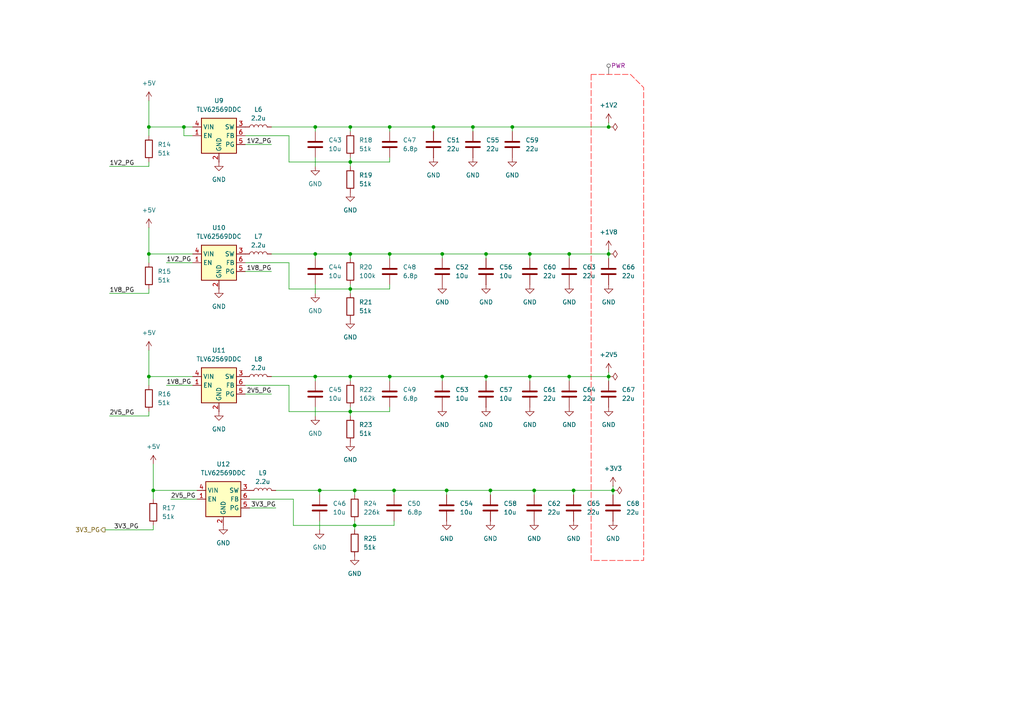
<source format=kicad_sch>
(kicad_sch (version 20250114) (generator "eeschema") (generator_version "9.0")
  (paper "A4")
  (title_block (title "Power") (date "2026-02-19") (rev "1") (company "Emmanuel Koutsouklakis"))
  (lib_symbols
    (symbol "Device:C" (pin_numbers (hide yes)) (pin_names (offset 0.254))
      (property "Reference" "C" (at 0.635 2.54 0))
      (property "Value" "C" (at 0.635 -2.54 0))
      (symbol "C_0_1"
        (polyline (pts (xy -2.032 0.762) (xy 2.032 0.762)) (stroke (width 0.508)))
        (polyline (pts (xy -2.032 -0.762) (xy 2.032 -0.762)) (stroke (width 0.508)))
      )
      (symbol "C_1_1"
        (pin passive line (at 0 3.81 270) (length 2.794) (name "~") (number "1"))
        (pin passive line (at 0 -3.81 90) (length 2.794) (name "~") (number "2"))
      )
    )
    (symbol "Device:L" (pin_numbers (hide yes)) (pin_names (offset 1.016) (hide yes))
      (property "Reference" "L" (at -1.27 0 90))
      (property "Value" "L" (at 1.905 0 90))
      (symbol "L_0_1"
        (arc (start 0 2.54) (mid 0.6323 1.905) (end 0 1.27))
        (arc (start 0 1.27) (mid 0.6323 0.635) (end 0 0))
        (arc (start 0 0) (mid 0.6323 -0.635) (end 0 -1.27))
        (arc (start 0 -1.27) (mid 0.6323 -1.905) (end 0 -2.54))
      )
      (symbol "L_1_1"
        (pin passive line (at 0 3.81 270) (length 1.27) (name "1") (number "1"))
        (pin passive line (at 0 -3.81 90) (length 1.27) (name "2") (number "2"))
      )
    )
    (symbol "Device:R" (pin_numbers (hide yes)) (pin_names (offset 0))
      (property "Reference" "R" (at 2.032 0 90))
      (property "Value" "R" (at 0 0 90))
      (symbol "R_0_1"
        (rectangle (start -1.016 -2.54) (end 1.016 2.54) (stroke (width 0.254)))
      )
      (symbol "R_1_1"
        (pin passive line (at 0 3.81 270) (length 1.27) (name "~") (number "1"))
        (pin passive line (at 0 -3.81 90) (length 1.27) (name "~") (number "2"))
      )
    )
    (symbol "Regulator_Switching:TLV62569DDC"
      (property "Reference" "U" (at -5.08 6.35 0))
      (property "Value" "TLV62569DDC" (at 0 6.35 0))
      (symbol "TLV62569DDC_0_1"
        (rectangle (start -5.08 5.08) (end 5.08 -5.08) (stroke (width 0.254)) (fill (type background)))
      )
      (symbol "TLV62569DDC_1_1"
        (pin power_in line (at -7.62 2.54 0) (length 2.54) (name "VIN") (number "4"))
        (pin input line (at -7.62 0 0) (length 2.54) (name "EN") (number "1"))
        (pin power_in line (at 0 -7.62 90) (length 2.54) (name "GND") (number "2"))
        (pin power_out line (at 7.62 2.54 180) (length 2.54) (name "SW") (number "3"))
        (pin input line (at 7.62 0 180) (length 2.54) (name "FB") (number "6"))
        (pin open_collector line (at 7.62 -2.54 180) (length 2.54) (name "PG") (number "5"))
      )
    )
    (symbol "power:+1V2" (power) (pin_numbers (hide yes)) (pin_names (offset 0) (hide yes))
      (property "Value" "+1V2" (at 0 3.556 0))
      (symbol "+1V2_0_1"
        (polyline (pts (xy -0.762 1.27) (xy 0 2.54)))
        (polyline (pts (xy 0 2.54) (xy 0.762 1.27)))
        (polyline (pts (xy 0 0) (xy 0 2.54)))
      )
      (symbol "+1V2_1_1"
        (pin power_in line (at 0 0 90) (length 0) (name "~") (number "1"))
      )
    )
    (symbol "power:+5V" (power) (pin_numbers (hide yes)) (pin_names (offset 0) (hide yes))
      (property "Value" "+5V" (at 0 3.556 0))
      (symbol "+5V_0_1"
        (polyline (pts (xy -0.762 1.27) (xy 0 2.54)))
        (polyline (pts (xy 0 2.54) (xy 0.762 1.27)))
        (polyline (pts (xy 0 0) (xy 0 2.54)))
      )
      (symbol "+5V_1_1"
        (pin power_in line (at 0 0 90) (length 0) (name "~") (number "1"))
      )
    )
    (symbol "power:GND" (power) (pin_numbers (hide yes)) (pin_names (offset 0) (hide yes))
      (property "Value" "GND" (at 0 -3.81 0))
      (symbol "GND_0_1"
        (polyline (pts (xy 0 0) (xy 0 -1.27) (xy 1.27 -1.27) (xy 0 -2.54) (xy -1.27 -1.27) (xy 0 -1.27)))
      )
      (symbol "GND_1_1"
        (pin power_in line (at 0 0 270) (length 0) (name "~") (number "1"))
      )
    )
    (symbol "power:PWR_FLAG" (power) (pin_numbers (hide yes)) (pin_names (offset 0) (hide yes))
      (property "Value" "PWR_FLAG" (at 0 3.81 0))
      (symbol "PWR_FLAG_0_0"
        (pin power_out line (at 0 0 90) (length 0) (name "~") (number "1"))
      )
      (symbol "PWR_FLAG_0_1"
        (polyline (pts (xy 0 0) (xy 0 1.27) (xy -1.016 1.905) (xy 0 2.54) (xy 1.016 1.905) (xy 0 1.27)))
      )
    )
  )
  (junction (at 114.3 142.24))
  (junction (at 128.27 73.66))
  (junction (at 91.44 36.83))
  (junction (at 53.34 36.83))
  (junction (at 148.59 36.83))
  (junction (at 153.67 73.66))
  (junction (at 101.6 109.22))
  (junction (at 113.03 73.66))
  (junction (at 177.8 142.24))
  (junction (at 113.03 36.83))
  (junction (at 165.1 109.22))
  (junction (at 154.94 142.24))
  (junction (at 101.6 119.38))
  (junction (at 102.87 142.24))
  (junction (at 165.1 73.66))
  (junction (at 43.18 36.83))
  (junction (at 166.37 142.24))
  (junction (at 176.53 36.83))
  (junction (at 176.53 109.22))
  (junction (at 129.54 142.24))
  (junction (at 44.45 142.24))
  (junction (at 43.18 109.22))
  (junction (at 140.97 73.66))
  (junction (at 101.6 83.82))
  (junction (at 153.67 109.22))
  (junction (at 142.24 142.24))
  (junction (at 101.6 46.99))
  (junction (at 91.44 73.66))
  (junction (at 113.03 109.22))
  (junction (at 137.16 36.83))
  (junction (at 176.53 73.66))
  (junction (at 101.6 36.83))
  (junction (at 102.87 152.4))
  (junction (at 91.44 109.22))
  (junction (at 92.71 142.24))
  (junction (at 101.6 73.66))
  (junction (at 128.27 109.22))
  (junction (at 43.18 73.66))
  (junction (at 140.97 109.22))
  (junction (at 125.73 36.83))
  (wire (pts (xy 43.18 85.09) (xy 43.18 83.82)))
  (wire (pts (xy 43.18 111.76) (xy 43.18 109.22)))
  (wire (pts (xy 44.45 142.24) (xy 57.15 142.24)))
  (wire (pts (xy 113.03 119.38) (xy 101.6 119.38)))
  (wire (pts (xy 49.53 144.78) (xy 57.15 144.78)))
  (wire (pts (xy 101.6 119.38) (xy 101.6 118.11)))
  (wire (pts (xy 166.37 143.51) (xy 166.37 142.24)))
  (wire (pts (xy 101.6 74.93) (xy 101.6 73.66)))
  (wire (pts (xy 30.48 153.67) (xy 44.45 153.67)))
  (wire (pts (xy 48.26 76.2) (xy 55.88 76.2)))
  (wire (pts (xy 43.18 39.37) (xy 43.18 36.83)))
  (wire (pts (xy 140.97 109.22) (xy 140.97 110.49)))
  (wire (pts (xy 148.59 38.1) (xy 148.59 36.83)))
  (wire (pts (xy 129.54 142.24) (xy 114.3 142.24)))
  (wire (pts (xy 165.1 74.93) (xy 165.1 73.66)))
  (wire (pts (xy 140.97 73.66) (xy 128.27 73.66)))
  (wire (pts (xy 83.82 111.76) (xy 83.82 119.38)))
  (wire (pts (xy 91.44 109.22) (xy 91.44 110.49)))
  (wire (pts (xy 142.24 142.24) (xy 142.24 143.51)))
  (wire (pts (xy 113.03 36.83) (xy 101.6 36.83)))
  (wire (pts (xy 92.71 142.24) (xy 92.71 143.51)))
  (wire (pts (xy 176.53 72.39) (xy 176.53 73.66)))
  (wire (pts (xy 113.03 46.99) (xy 101.6 46.99)))
  (wire (pts (xy 114.3 152.4) (xy 102.87 152.4)))
  (wire (pts (xy 101.6 38.1) (xy 101.6 36.83)))
  (wire (pts (xy 44.45 153.67) (xy 44.45 152.4)))
  (wire (pts (xy 128.27 73.66) (xy 113.03 73.66)))
  (wire (pts (xy 43.18 36.83) (xy 53.34 36.83)))
  (wire (pts (xy 114.3 151.13) (xy 114.3 152.4)))
  (wire (pts (xy 113.03 118.11) (xy 113.03 119.38)))
  (wire (pts (xy 91.44 45.72) (xy 91.44 48.26)))
  (wire (pts (xy 43.18 109.22) (xy 43.18 101.6)))
  (wire (pts (xy 102.87 142.24) (xy 92.71 142.24)))
  (wire (pts (xy 43.18 36.83) (xy 43.18 29.21)))
  (wire (pts (xy 176.53 110.49) (xy 176.53 109.22)))
  (wire (pts (xy 140.97 109.22) (xy 153.67 109.22)))
  (wire (pts (xy 153.67 73.66) (xy 165.1 73.66)))
  (wire (pts (xy 71.12 114.3) (xy 78.74 114.3)))
  (wire (pts (xy 154.94 142.24) (xy 166.37 142.24)))
  (wire (pts (xy 101.6 83.82) (xy 101.6 82.55)))
  (wire (pts (xy 83.82 83.82) (xy 101.6 83.82)))
  (wire (pts (xy 72.39 147.32) (xy 80.01 147.32)))
  (wire (pts (xy 140.97 73.66) (xy 153.67 73.66)))
  (wire (pts (xy 71.12 39.37) (xy 83.82 39.37)))
  (wire (pts (xy 72.39 144.78) (xy 85.09 144.78)))
  (wire (pts (xy 129.54 143.51) (xy 129.54 142.24)))
  (wire (pts (xy 140.97 73.66) (xy 140.97 74.93)))
  (wire (pts (xy 101.6 110.49) (xy 101.6 109.22)))
  (wire (pts (xy 125.73 36.83) (xy 137.16 36.83)))
  (wire (pts (xy 101.6 36.83) (xy 91.44 36.83)))
  (wire (pts (xy 101.6 48.26) (xy 101.6 46.99)))
  (wire (pts (xy 101.6 46.99) (xy 101.6 45.72)))
  (wire (pts (xy 43.18 109.22) (xy 55.88 109.22)))
  (wire (pts (xy 43.18 48.26) (xy 43.18 46.99)))
  (wire (pts (xy 101.6 120.65) (xy 101.6 119.38)))
  (wire (pts (xy 142.24 142.24) (xy 154.94 142.24)))
  (wire (pts (xy 113.03 38.1) (xy 113.03 36.83)))
  (wire (pts (xy 48.26 111.76) (xy 55.88 111.76)))
  (wire (pts (xy 137.16 36.83) (xy 148.59 36.83)))
  (wire (pts (xy 71.12 111.76) (xy 83.82 111.76)))
  (wire (pts (xy 101.6 73.66) (xy 91.44 73.66)))
  (wire (pts (xy 125.73 38.1) (xy 125.73 36.83)))
  (wire (pts (xy 113.03 109.22) (xy 101.6 109.22)))
  (wire (pts (xy 176.53 36.83) (xy 148.59 36.83)))
  (wire (pts (xy 92.71 151.13) (xy 92.71 153.67)))
  (wire (pts (xy 102.87 152.4) (xy 102.87 151.13)))
  (wire (pts (xy 113.03 110.49) (xy 113.03 109.22)))
  (wire (pts (xy 128.27 110.49) (xy 128.27 109.22)))
  (wire (pts (xy 83.82 76.2) (xy 83.82 83.82)))
  (wire (pts (xy 128.27 109.22) (xy 113.03 109.22)))
  (wire (pts (xy 83.82 119.38) (xy 101.6 119.38)))
  (wire (pts (xy 140.97 109.22) (xy 128.27 109.22)))
  (wire (pts (xy 71.12 41.91) (xy 78.74 41.91)))
  (wire (pts (xy 102.87 143.51) (xy 102.87 142.24)))
  (wire (pts (xy 153.67 74.93) (xy 153.67 73.66)))
  (wire (pts (xy 91.44 109.22) (xy 78.74 109.22)))
  (wire (pts (xy 176.53 35.56) (xy 176.53 36.83)))
  (wire (pts (xy 102.87 153.67) (xy 102.87 152.4)))
  (wire (pts (xy 113.03 74.93) (xy 113.03 73.66)))
  (wire (pts (xy 53.34 36.83) (xy 55.88 36.83)))
  (wire (pts (xy 91.44 73.66) (xy 78.74 73.66)))
  (wire (pts (xy 91.44 82.55) (xy 91.44 85.09)))
  (wire (pts (xy 92.71 142.24) (xy 80.01 142.24)))
  (wire (pts (xy 71.12 78.74) (xy 78.74 78.74)))
  (wire (pts (xy 85.09 152.4) (xy 102.87 152.4)))
  (wire (pts (xy 128.27 74.93) (xy 128.27 73.66)))
  (wire (pts (xy 83.82 46.99) (xy 101.6 46.99)))
  (wire (pts (xy 85.09 144.78) (xy 85.09 152.4)))
  (wire (pts (xy 113.03 36.83) (xy 125.73 36.83)))
  (wire (pts (xy 177.8 143.51) (xy 177.8 142.24)))
  (wire (pts (xy 114.3 142.24) (xy 102.87 142.24)))
  (wire (pts (xy 142.24 142.24) (xy 129.54 142.24)))
  (wire (pts (xy 43.18 73.66) (xy 55.88 73.66)))
  (wire (pts (xy 44.45 144.78) (xy 44.45 142.24)))
  (wire (pts (xy 71.12 76.2) (xy 83.82 76.2)))
  (wire (pts (xy 153.67 110.49) (xy 153.67 109.22)))
  (wire (pts (xy 44.45 142.24) (xy 44.45 134.62)))
  (wire (pts (xy 165.1 109.22) (xy 176.53 109.22)))
  (wire (pts (xy 153.67 109.22) (xy 165.1 109.22)))
  (wire (pts (xy 43.18 76.2) (xy 43.18 73.66)))
  (wire (pts (xy 31.75 85.09) (xy 43.18 85.09)))
  (wire (pts (xy 137.16 38.1) (xy 137.16 36.83)))
  (wire (pts (xy 55.88 39.37) (xy 53.34 39.37)))
  (wire (pts (xy 43.18 120.65) (xy 43.18 119.38)))
  (wire (pts (xy 91.44 73.66) (xy 91.44 74.93)))
  (wire (pts (xy 154.94 143.51) (xy 154.94 142.24)))
  (wire (pts (xy 101.6 109.22) (xy 91.44 109.22)))
  (wire (pts (xy 165.1 73.66) (xy 176.53 73.66)))
  (wire (pts (xy 31.75 120.65) (xy 43.18 120.65)))
  (wire (pts (xy 114.3 143.51) (xy 114.3 142.24)))
  (wire (pts (xy 31.75 48.26) (xy 43.18 48.26)))
  (wire (pts (xy 166.37 142.24) (xy 177.8 142.24)))
  (wire (pts (xy 43.18 73.66) (xy 43.18 66.04)))
  (wire (pts (xy 91.44 36.83) (xy 91.44 38.1)))
  (wire (pts (xy 113.03 82.55) (xy 113.03 83.82)))
  (wire (pts (xy 91.44 118.11) (xy 91.44 120.65)))
  (wire (pts (xy 113.03 45.72) (xy 113.03 46.99)))
  (wire (pts (xy 113.03 83.82) (xy 101.6 83.82)))
  (wire (pts (xy 53.34 36.83) (xy 53.34 39.37)))
  (wire (pts (xy 91.44 36.83) (xy 78.74 36.83)))
  (wire (pts (xy 165.1 110.49) (xy 165.1 109.22)))
  (wire (pts (xy 177.8 140.97) (xy 177.8 142.24)))
  (wire (pts (xy 176.53 107.95) (xy 176.53 109.22)))
  (wire (pts (xy 83.82 39.37) (xy 83.82 46.99)))
  (wire (pts (xy 101.6 85.09) (xy 101.6 83.82)))
  (wire (pts (xy 113.03 73.66) (xy 101.6 73.66)))
  (wire (pts (xy 176.53 74.93) (xy 176.53 73.66)))
  (label "1V8_PG" (at 31.75 85.09 0) (effects (font (thickness 0.1588))))
  (label "3V3_PG" (at 80.01 147.32 180) (effects (font (thickness 0.1588))))
  (label "1V2_PG" (at 78.74 41.91 180) (effects (font (thickness 0.1588))))
  (label "2V5_PG" (at 49.53 144.78 0) (effects (font (thickness 0.1588))))
  (label "2V5_PG" (at 31.75 120.65 0) (effects (font (thickness 0.1588))))
  (label "1V8_PG" (at 78.74 78.74 180) (effects (font (thickness 0.1588))))
  (label "2V5_PG" (at 78.74 114.3 180) (effects (font (thickness 0.1588))))
  (label "1V2_PG" (at 31.75 48.26 0) (effects (font (thickness 0.1588))))
  (label "1V2_PG" (at 48.26 76.2 0) (effects (font (thickness 0.1588))))
  (label "3V3_PG" (at 33.02 153.67 0) (effects (font (thickness 0.1588))))
  (label "1V8_PG" (at 48.26 111.76 0) (effects (font (thickness 0.1588))))
  (hierarchical_label "3V3_PG" (shape output) (at 30.48 153.67 180) (effects (font (thickness 0.1588))))
  (rule_area (polyline (pts (xy 171.45 21.59) (xy 171.45 162.56) (xy 186.69 162.56) (xy 186.69 25.4) (xy 182.88 21.59)) (stroke (width 0) (type dash))))
  (netclass_flag "" (length 2.54) (shape round) (at 176.53 21.59 0) (property "Netclass" "PWR" (at 177.2285 19.05 0) (effects (justify left))))
  (symbol (lib_id "power:GND") (at 165.1 118.11 0) (unit 1)
    (property "Reference" "#PWR0114" (effects (hide yes)))
    (property "Value" "GND" (at 165.1 123.19 0))
    (property "Description" "Power symbol creates a global label with name \"GND\" , ground" (effects (hide yes)))
  )
  (symbol (lib_id "power:GND") (at 63.5 46.99 0) (unit 1)
    (property "Reference" "#PWR088" (effects (hide yes)))
    (property "Value" "GND" (at 63.5 52.07 0))
    (property "Description" "Power symbol creates a global label with name \"GND\" , ground" (effects (hide yes)))
  )
  (symbol (lib_id "power:GND") (at 101.6 55.88 0) (unit 1)
    (property "Reference" "#PWR096" (effects (hide yes)))
    (property "Value" "GND" (at 101.6 60.96 0))
    (property "Description" "Power symbol creates a global label with name \"GND\" , ground" (effects (hide yes)))
  )
  (symbol (lib_id "Device:C") (at 113.03 78.74 0) (unit 1)
    (property "Reference" "C48" (at 116.84 77.4699 0) (effects (justify left)))
    (property "Value" "6.8p" (at 116.84 80.0099 0) (effects (justify left)))
    (property "Footprint" "Capacitor_SMD:C_0603_1608Metric" (effects (hide yes)))
    (property "Description" "Unpolarized capacitor" (effects (hide yes)))
  )
  (symbol (lib_id "power:GND") (at 63.5 119.38 0) (unit 1)
    (property "Reference" "#PWR090" (effects (hide yes)))
    (property "Value" "GND" (at 63.5 124.46 0))
    (property "Description" "Power symbol creates a global label with name \"GND\" , ground" (effects (hide yes)))
  )
  (symbol (lib_id "power:GND") (at 101.6 92.71 0) (unit 1)
    (property "Reference" "#PWR097" (effects (hide yes)))
    (property "Value" "GND" (at 101.6 97.79 0))
    (property "Description" "Power symbol creates a global label with name \"GND\" , ground" (effects (hide yes)))
  )
  (symbol (lib_id "Device:R") (at 43.18 115.57 0) (unit 1)
    (property "Reference" "R16" (at 45.72 114.2999 0) (effects (justify left)))
    (property "Value" "51k" (at 45.72 116.8399 0) (effects (justify left)))
    (property "Footprint" "Resistor_SMD:R_0603_1608Metric" (effects (hide yes)))
    (property "Description" "Resistor" (effects (hide yes)))
  )
  (symbol (lib_id "power:GND") (at 64.77 152.4 0) (unit 1)
    (property "Reference" "#PWR091" (effects (hide yes)))
    (property "Value" "GND" (at 64.77 157.48 0))
    (property "Description" "Power symbol creates a global label with name \"GND\" , ground" (effects (hide yes)))
  )
  (symbol (lib_id "Device:C") (at 140.97 78.74 0) (unit 1)
    (property "Reference" "C56" (at 144.78 77.4699 0) (effects (justify left)))
    (property "Value" "10u" (at 144.78 80.0099 0) (effects (justify left)))
    (property "Footprint" "Capacitor_SMD:C_0603_1608Metric" (effects (hide yes)))
    (property "Description" "Unpolarized capacitor" (effects (hide yes)))
  )
  (symbol (lib_id "Device:C") (at 154.94 147.32 0) (unit 1)
    (property "Reference" "C62" (at 158.75 146.0499 0) (effects (justify left)))
    (property "Value" "22u" (at 158.75 148.5899 0) (effects (justify left)))
    (property "Footprint" "Capacitor_SMD:C_0603_1608Metric" (effects (hide yes)))
    (property "Description" "Unpolarized capacitor" (effects (hide yes)))
  )
  (symbol (lib_id "power:GND") (at 102.87 161.29 0) (unit 1)
    (property "Reference" "#PWR099" (effects (hide yes)))
    (property "Value" "GND" (at 102.87 166.37 0))
    (property "Description" "Power symbol creates a global label with name \"GND\" , ground" (effects (hide yes)))
  )
  (symbol (lib_id "Device:R") (at 43.18 80.01 0) (unit 1)
    (property "Reference" "R15" (at 45.72 78.7399 0) (effects (justify left)))
    (property "Value" "51k" (at 45.72 81.2799 0) (effects (justify left)))
    (property "Footprint" "Resistor_SMD:R_0603_1608Metric" (effects (hide yes)))
    (property "Description" "Resistor" (effects (hide yes)))
  )
  (symbol (lib_id "Device:L") (at 74.93 36.83 90) (unit 1)
    (property "Reference" "L6" (at 74.93 31.75 90))
    (property "Value" "2.2u" (at 74.93 34.29 90))
    (property "Description" "Inductor" (effects (hide yes)))
  )
  (symbol (lib_id "power:+5V") (at 43.18 66.04 0) (unit 1)
    (property "Reference" "#PWR085" (effects (hide yes)))
    (property "Value" "+5V" (at 43.18 60.96 0))
    (property "Description" "Power symbol creates a global label with name \"+5V\"" (effects (hide yes)))
  )
  (symbol (lib_id "power:GND") (at 153.67 118.11 0) (unit 1)
    (property "Reference" "#PWR0111" (effects (hide yes)))
    (property "Value" "GND" (at 153.67 123.19 0))
    (property "Description" "Power symbol creates a global label with name \"GND\" , ground" (effects (hide yes)))
  )
  (symbol (lib_id "power:PWR_FLAG") (at 176.53 36.83 270) (unit 1)
    (property "Reference" "#FLG02" (effects (hide yes)))
    (property "Value" "PWR_FLAG" (effects (hide yes)))
    (property "Description" "Special symbol for telling ERC where power comes from" (effects (hide yes)))
  )
  (symbol (lib_id "power:GND") (at 154.94 151.13 0) (unit 1)
    (property "Reference" "#PWR0112" (effects (hide yes)))
    (property "Value" "GND" (at 154.94 156.21 0))
    (property "Description" "Power symbol creates a global label with name \"GND\" , ground" (effects (hide yes)))
  )
  (symbol (lib_id "power:GND") (at 128.27 82.55 0) (unit 1)
    (property "Reference" "#PWR0101" (effects (hide yes)))
    (property "Value" "GND" (at 128.27 87.63 0))
    (property "Description" "Power symbol creates a global label with name \"GND\" , ground" (effects (hide yes)))
  )
  (symbol (lib_id "Device:C") (at 142.24 147.32 0) (unit 1)
    (property "Reference" "C58" (at 146.05 146.0499 0) (effects (justify left)))
    (property "Value" "10u" (at 146.05 148.5899 0) (effects (justify left)))
    (property "Footprint" "Capacitor_SMD:C_0603_1608Metric" (effects (hide yes)))
    (property "Description" "Unpolarized capacitor" (effects (hide yes)))
  )
  (symbol (lib_id "Device:C") (at 148.59 41.91 0) (unit 1)
    (property "Reference" "C59" (at 152.4 40.6399 0) (effects (justify left)))
    (property "Value" "22u" (at 152.4 43.1799 0) (effects (justify left)))
    (property "Footprint" "Capacitor_SMD:C_0603_1608Metric" (effects (hide yes)))
    (property "Description" "Unpolarized capacitor" (effects (hide yes)))
  )
  (symbol (lib_id "power:+1V2") (at 176.53 35.56 0) (unit 1)
    (property "Reference" "#PWR0108" (effects (hide yes)))
    (property "Value" "+1V2" (at 176.53 30.48 0))
    (property "Description" "Power symbol creates a global label with name \"+1V2\"" (effects (hide yes)))
  )
  (symbol (lib_id "power:GND") (at 176.53 118.11 0) (unit 1)
    (property "Reference" "#PWR0119" (effects (hide yes)))
    (property "Value" "GND" (at 176.53 123.19 0))
    (property "Description" "Power symbol creates a global label with name \"GND\" , ground" (effects (hide yes)))
  )
  (symbol (lib_id "power:GND") (at 176.53 82.55 0) (unit 1)
    (property "Reference" "#PWR0117" (effects (hide yes)))
    (property "Value" "GND" (at 176.53 87.63 0))
    (property "Description" "Power symbol creates a global label with name \"GND\" , ground" (effects (hide yes)))
  )
  (symbol (lib_id "Device:C") (at 91.44 78.74 0) (unit 1)
    (property "Reference" "C44" (at 95.25 77.4699 0) (effects (justify left)))
    (property "Value" "10u" (at 95.25 80.0099 0) (effects (justify left)))
    (property "Footprint" "Capacitor_SMD:C_0603_1608Metric" (effects (hide yes)))
    (property "Description" "Unpolarized capacitor" (effects (hide yes)))
  )
  (symbol (lib_id "power:GND") (at 140.97 82.55 0) (unit 1)
    (property "Reference" "#PWR0105" (effects (hide yes)))
    (property "Value" "GND" (at 140.97 87.63 0))
    (property "Description" "Power symbol creates a global label with name \"GND\" , ground" (effects (hide yes)))
  )
  (symbol (lib_id "power:GND") (at 142.24 151.13 0) (unit 1)
    (property "Reference" "#PWR0107" (effects (hide yes)))
    (property "Value" "GND" (at 142.24 156.21 0))
    (property "Description" "Power symbol creates a global label with name \"GND\" , ground" (effects (hide yes)))
  )
  (symbol (lib_id "Device:R") (at 101.6 124.46 0) (unit 1)
    (property "Reference" "R23" (at 104.14 123.1899 0) (effects (justify left)))
    (property "Value" "51k" (at 104.14 125.7299 0) (effects (justify left)))
    (property "Footprint" "Resistor_SMD:R_0603_1608Metric" (effects (hide yes)))
    (property "Description" "Resistor" (effects (hide yes)))
  )
  (symbol (lib_id "Device:C") (at 128.27 114.3 0) (unit 1)
    (property "Reference" "C53" (at 132.08 113.0299 0) (effects (justify left)))
    (property "Value" "10u" (at 132.08 115.5699 0) (effects (justify left)))
    (property "Footprint" "Capacitor_SMD:C_0603_1608Metric" (effects (hide yes)))
    (property "Description" "Unpolarized capacitor" (effects (hide yes)))
  )
  (symbol (lib_id "power:+1V2") (at 176.53 72.39 0) (unit 1)
    (property "Reference" "#PWR0116" (effects (hide yes)))
    (property "Value" "+1V8" (at 176.53 67.31 0))
    (property "Description" "Power symbol creates a global label with name \"+1V2\"" (effects (hide yes)))
  )
  (symbol (lib_id "Device:C") (at 165.1 114.3 0) (unit 1)
    (property "Reference" "C64" (at 168.91 113.0299 0) (effects (justify left)))
    (property "Value" "22u" (at 168.91 115.5699 0) (effects (justify left)))
    (property "Footprint" "Capacitor_SMD:C_0603_1608Metric" (effects (hide yes)))
    (property "Description" "Unpolarized capacitor" (effects (hide yes)))
  )
  (symbol (lib_id "Device:R") (at 43.18 43.18 0) (unit 1)
    (property "Reference" "R14" (at 45.72 41.9099 0) (effects (justify left)))
    (property "Value" "51k" (at 45.72 44.4499 0) (effects (justify left)))
    (property "Footprint" "Resistor_SMD:R_0603_1608Metric" (effects (hide yes)))
    (property "Description" "Resistor" (effects (hide yes)))
  )
  (symbol (lib_id "Device:C") (at 176.53 78.74 0) (unit 1)
    (property "Reference" "C66" (at 180.34 77.4699 0) (effects (justify left)))
    (property "Value" "22u" (at 180.34 80.0099 0) (effects (justify left)))
    (property "Footprint" "Capacitor_SMD:C_0603_1608Metric" (effects (hide yes)))
    (property "Description" "Unpolarized capacitor" (effects (hide yes)))
  )
  (symbol (lib_id "Device:L") (at 74.93 109.22 90) (unit 1)
    (property "Reference" "L8" (at 74.93 104.14 90))
    (property "Value" "2.2u" (at 74.93 106.68 90))
    (property "Description" "Inductor" (effects (hide yes)))
  )
  (symbol (lib_id "Device:L") (at 76.2 142.24 90) (unit 1)
    (property "Reference" "L9" (at 76.2 137.16 90))
    (property "Value" "2.2u" (at 76.2 139.7 90))
    (property "Description" "Inductor" (effects (hide yes)))
  )
  (symbol (lib_id "Device:C") (at 91.44 41.91 0) (unit 1)
    (property "Reference" "C43" (at 95.25 40.6399 0) (effects (justify left)))
    (property "Value" "10u" (at 95.25 43.1799 0) (effects (justify left)))
    (property "Footprint" "Capacitor_SMD:C_0603_1608Metric" (effects (hide yes)))
    (property "Description" "Unpolarized capacitor" (effects (hide yes)))
  )
  (symbol (lib_id "power:GND") (at 91.44 48.26 0) (unit 1)
    (property "Reference" "#PWR092" (effects (hide yes)))
    (property "Value" "GND" (at 91.44 53.34 0))
    (property "Description" "Power symbol creates a global label with name \"GND\" , ground" (effects (hide yes)))
  )
  (symbol (lib_id "Device:C") (at 125.73 41.91 0) (unit 1)
    (property "Reference" "C51" (at 129.54 40.6399 0) (effects (justify left)))
    (property "Value" "22u" (at 129.54 43.1799 0) (effects (justify left)))
    (property "Footprint" "Capacitor_SMD:C_0603_1608Metric" (effects (hide yes)))
    (property "Description" "Unpolarized capacitor" (effects (hide yes)))
  )
  (symbol (lib_id "Device:R") (at 102.87 157.48 0) (unit 1)
    (property "Reference" "R25" (at 105.41 156.2099 0) (effects (justify left)))
    (property "Value" "51k" (at 105.41 158.7499 0) (effects (justify left)))
    (property "Footprint" "Resistor_SMD:R_0603_1608Metric" (effects (hide yes)))
    (property "Description" "Resistor" (effects (hide yes)))
  )
  (symbol (lib_id "Device:C") (at 177.8 147.32 0) (unit 1)
    (property "Reference" "C68" (at 181.61 146.0499 0) (effects (justify left)))
    (property "Value" "22u" (at 181.61 148.5899 0) (effects (justify left)))
    (property "Footprint" "Capacitor_SMD:C_0603_1608Metric" (effects (hide yes)))
    (property "Description" "Unpolarized capacitor" (effects (hide yes)))
  )
  (symbol (lib_id "Device:C") (at 91.44 114.3 0) (unit 1)
    (property "Reference" "C45" (at 95.25 113.0299 0) (effects (justify left)))
    (property "Value" "10u" (at 95.25 115.5699 0) (effects (justify left)))
    (property "Footprint" "Capacitor_SMD:C_0603_1608Metric" (effects (hide yes)))
    (property "Description" "Unpolarized capacitor" (effects (hide yes)))
  )
  (symbol (lib_id "Device:L") (at 74.93 73.66 90) (unit 1)
    (property "Reference" "L7" (at 74.93 68.58 90))
    (property "Value" "2.2u" (at 74.93 71.12 90))
    (property "Description" "Inductor" (effects (hide yes)))
  )
  (symbol (lib_id "power:+1V2") (at 177.8 140.97 0) (unit 1)
    (property "Reference" "#PWR0120" (effects (hide yes)))
    (property "Value" "+3V3" (at 177.8 135.89 0))
    (property "Description" "Power symbol creates a global label with name \"+1V2\"" (effects (hide yes)))
  )
  (symbol (lib_id "power:+1V2") (at 176.53 107.95 0) (unit 1)
    (property "Reference" "#PWR0118" (effects (hide yes)))
    (property "Value" "+2V5" (at 176.53 102.87 0))
    (property "Description" "Power symbol creates a global label with name \"+1V2\"" (effects (hide yes)))
  )
  (symbol (lib_id "Device:C") (at 113.03 41.91 0) (unit 1)
    (property "Reference" "C47" (at 116.84 40.6399 0) (effects (justify left)))
    (property "Value" "6.8p" (at 116.84 43.1799 0) (effects (justify left)))
    (property "Footprint" "Capacitor_SMD:C_0603_1608Metric" (effects (hide yes)))
    (property "Description" "Unpolarized capacitor" (effects (hide yes)))
  )
  (symbol (lib_id "Regulator_Switching:TLV62569DDC") (at 63.5 76.2 0) (unit 1)
    (property "Reference" "U10" (at 63.5 66.04 0))
    (property "Value" "TLV62569DDC" (at 63.5 68.58 0))
    (property "Footprint" "Package_TO_SOT_SMD:SOT-23-6" (effects (hide yes)))
    (property "Datasheet" "http://www.ti.com/lit/ds/symlink/tlv62569.pdf" (effects (hide yes)))
    (property "Description" "High Efficiency Synchronous Buck Converter, Adjustable Output 0.6V-5.5V, 2A, SOT-23-6" (effects (hide yes)))
  )
  (symbol (lib_id "Device:R") (at 101.6 78.74 0) (unit 1)
    (property "Reference" "R20" (at 104.14 77.4699 0) (effects (justify left)))
    (property "Value" "100k" (at 104.14 80.0099 0) (effects (justify left)))
    (property "Footprint" "Resistor_SMD:R_0603_1608Metric" (effects (hide yes)))
    (property "Description" "Resistor" (effects (hide yes)))
  )
  (symbol (lib_id "power:GND") (at 125.73 45.72 0) (unit 1)
    (property "Reference" "#PWR0100" (effects (hide yes)))
    (property "Value" "GND" (at 125.73 50.8 0))
    (property "Description" "Power symbol creates a global label with name \"GND\" , ground" (effects (hide yes)))
  )
  (symbol (lib_id "power:GND") (at 165.1 82.55 0) (unit 1)
    (property "Reference" "#PWR0113" (effects (hide yes)))
    (property "Value" "GND" (at 165.1 87.63 0))
    (property "Description" "Power symbol creates a global label with name \"GND\" , ground" (effects (hide yes)))
  )
  (symbol (lib_id "Device:C") (at 113.03 114.3 0) (unit 1)
    (property "Reference" "C49" (at 116.84 113.0299 0) (effects (justify left)))
    (property "Value" "6.8p" (at 116.84 115.5699 0) (effects (justify left)))
    (property "Footprint" "Capacitor_SMD:C_0603_1608Metric" (effects (hide yes)))
    (property "Description" "Unpolarized capacitor" (effects (hide yes)))
  )
  (symbol (lib_id "Device:C") (at 166.37 147.32 0) (unit 1)
    (property "Reference" "C65" (at 170.18 146.0499 0) (effects (justify left)))
    (property "Value" "22u" (at 170.18 148.5899 0) (effects (justify left)))
    (property "Footprint" "Capacitor_SMD:C_0603_1608Metric" (effects (hide yes)))
    (property "Description" "Unpolarized capacitor" (effects (hide yes)))
  )
  (symbol (lib_id "Device:C") (at 153.67 78.74 0) (unit 1)
    (property "Reference" "C60" (at 157.48 77.4699 0) (effects (justify left)))
    (property "Value" "22u" (at 157.48 80.0099 0) (effects (justify left)))
    (property "Footprint" "Capacitor_SMD:C_0603_1608Metric" (effects (hide yes)))
    (property "Description" "Unpolarized capacitor" (effects (hide yes)))
  )
  (symbol (lib_id "Device:R") (at 101.6 114.3 0) (unit 1)
    (property "Reference" "R22" (at 104.14 113.0299 0) (effects (justify left)))
    (property "Value" "162k" (at 104.14 115.5699 0) (effects (justify left)))
    (property "Footprint" "Resistor_SMD:R_0603_1608Metric" (effects (hide yes)))
    (property "Description" "Resistor" (effects (hide yes)))
  )
  (symbol (lib_id "power:GND") (at 166.37 151.13 0) (unit 1)
    (property "Reference" "#PWR0115" (effects (hide yes)))
    (property "Value" "GND" (at 166.37 156.21 0))
    (property "Description" "Power symbol creates a global label with name \"GND\" , ground" (effects (hide yes)))
  )
  (symbol (lib_id "power:+5V") (at 43.18 101.6 0) (unit 1)
    (property "Reference" "#PWR086" (effects (hide yes)))
    (property "Value" "+5V" (at 43.18 96.52 0))
    (property "Description" "Power symbol creates a global label with name \"+5V\"" (effects (hide yes)))
  )
  (symbol (lib_id "power:GND") (at 101.6 128.27 0) (unit 1)
    (property "Reference" "#PWR098" (effects (hide yes)))
    (property "Value" "GND" (at 101.6 133.35 0))
    (property "Description" "Power symbol creates a global label with name \"GND\" , ground" (effects (hide yes)))
  )
  (symbol (lib_id "Device:C") (at 129.54 147.32 0) (unit 1)
    (property "Reference" "C54" (at 133.35 146.0499 0) (effects (justify left)))
    (property "Value" "10u" (at 133.35 148.5899 0) (effects (justify left)))
    (property "Footprint" "Capacitor_SMD:C_0603_1608Metric" (effects (hide yes)))
    (property "Description" "Unpolarized capacitor" (effects (hide yes)))
  )
  (symbol (lib_id "power:GND") (at 91.44 120.65 0) (unit 1)
    (property "Reference" "#PWR094" (effects (hide yes)))
    (property "Value" "GND" (at 91.44 125.73 0))
    (property "Description" "Power symbol creates a global label with name \"GND\" , ground" (effects (hide yes)))
  )
  (symbol (lib_id "Device:C") (at 153.67 114.3 0) (unit 1)
    (property "Reference" "C61" (at 157.48 113.0299 0) (effects (justify left)))
    (property "Value" "22u" (at 157.48 115.5699 0) (effects (justify left)))
    (property "Footprint" "Capacitor_SMD:C_0603_1608Metric" (effects (hide yes)))
    (property "Description" "Unpolarized capacitor" (effects (hide yes)))
  )
  (symbol (lib_id "power:PWR_FLAG") (at 176.53 73.66 270) (unit 1)
    (property "Reference" "#FLG03" (effects (hide yes)))
    (property "Value" "PWR_FLAG" (effects (hide yes)))
    (property "Description" "Special symbol for telling ERC where power comes from" (effects (hide yes)))
  )
  (symbol (lib_id "power:PWR_FLAG") (at 176.53 109.22 270) (unit 1)
    (property "Reference" "#FLG04" (effects (hide yes)))
    (property "Value" "PWR_FLAG" (effects (hide yes)))
    (property "Description" "Special symbol for telling ERC where power comes from" (effects (hide yes)))
  )
  (symbol (lib_id "power:+5V") (at 43.18 29.21 0) (unit 1)
    (property "Reference" "#PWR084" (effects (hide yes)))
    (property "Value" "+5V" (at 43.18 24.13 0))
    (property "Description" "Power symbol creates a global label with name \"+5V\"" (effects (hide yes)))
  )
  (symbol (lib_id "Device:C") (at 165.1 78.74 0) (unit 1)
    (property "Reference" "C63" (at 168.91 77.4699 0) (effects (justify left)))
    (property "Value" "22u" (at 168.91 80.0099 0) (effects (justify left)))
    (property "Footprint" "Capacitor_SMD:C_0603_1608Metric" (effects (hide yes)))
    (property "Description" "Unpolarized capacitor" (effects (hide yes)))
  )
  (symbol (lib_id "power:GND") (at 140.97 118.11 0) (unit 1)
    (property "Reference" "#PWR0106" (effects (hide yes)))
    (property "Value" "GND" (at 140.97 123.19 0))
    (property "Description" "Power symbol creates a global label with name \"GND\" , ground" (effects (hide yes)))
  )
  (symbol (lib_id "power:GND") (at 129.54 151.13 0) (unit 1)
    (property "Reference" "#PWR0103" (effects (hide yes)))
    (property "Value" "GND" (at 129.54 156.21 0))
    (property "Description" "Power symbol creates a global label with name \"GND\" , ground" (effects (hide yes)))
  )
  (symbol (lib_id "Device:C") (at 128.27 78.74 0) (unit 1)
    (property "Reference" "C52" (at 132.08 77.4699 0) (effects (justify left)))
    (property "Value" "10u" (at 132.08 80.0099 0) (effects (justify left)))
    (property "Footprint" "Capacitor_SMD:C_0603_1608Metric" (effects (hide yes)))
    (property "Description" "Unpolarized capacitor" (effects (hide yes)))
  )
  (symbol (lib_id "power:PWR_FLAG") (at 177.8 142.24 270) (unit 1)
    (property "Reference" "#FLG05" (effects (hide yes)))
    (property "Value" "PWR_FLAG" (effects (hide yes)))
    (property "Description" "Special symbol for telling ERC where power comes from" (effects (hide yes)))
  )
  (symbol (lib_id "power:GND") (at 177.8 151.13 0) (unit 1)
    (property "Reference" "#PWR0121" (effects (hide yes)))
    (property "Value" "GND" (at 177.8 156.21 0))
    (property "Description" "Power symbol creates a global label with name \"GND\" , ground" (effects (hide yes)))
  )
  (symbol (lib_id "Device:C") (at 176.53 114.3 0) (unit 1)
    (property "Reference" "C67" (at 180.34 113.0299 0) (effects (justify left)))
    (property "Value" "22u" (at 180.34 115.5699 0) (effects (justify left)))
    (property "Footprint" "Capacitor_SMD:C_0603_1608Metric" (effects (hide yes)))
    (property "Description" "Unpolarized capacitor" (effects (hide yes)))
  )
  (symbol (lib_id "Regulator_Switching:TLV62569DDC") (at 64.77 144.78 0) (unit 1)
    (property "Reference" "U12" (at 64.77 134.62 0))
    (property "Value" "TLV62569DDC" (at 64.77 137.16 0))
    (property "Footprint" "Package_TO_SOT_SMD:SOT-23-6" (effects (hide yes)))
    (property "Datasheet" "http://www.ti.com/lit/ds/symlink/tlv62569.pdf" (effects (hide yes)))
    (property "Description" "High Efficiency Synchronous Buck Converter, Adjustable Output 0.6V-5.5V, 2A, SOT-23-6" (effects (hide yes)))
  )
  (symbol (lib_id "Device:C") (at 92.71 147.32 0) (unit 1)
    (property "Reference" "C46" (at 96.52 146.0499 0) (effects (justify left)))
    (property "Value" "10u" (at 96.52 148.5899 0) (effects (justify left)))
    (property "Footprint" "Capacitor_SMD:C_0603_1608Metric" (effects (hide yes)))
    (property "Description" "Unpolarized capacitor" (effects (hide yes)))
  )
  (symbol (lib_id "power:GND") (at 63.5 83.82 0) (unit 1)
    (property "Reference" "#PWR089" (effects (hide yes)))
    (property "Value" "GND" (at 63.5 88.9 0))
    (property "Description" "Power symbol creates a global label with name \"GND\" , ground" (effects (hide yes)))
  )
  (symbol (lib_id "power:GND") (at 148.59 45.72 0) (unit 1)
    (property "Reference" "#PWR0109" (effects (hide yes)))
    (property "Value" "GND" (at 148.59 50.8 0))
    (property "Description" "Power symbol creates a global label with name \"GND\" , ground" (effects (hide yes)))
  )
  (symbol (lib_id "power:GND") (at 92.71 153.67 0) (unit 1)
    (property "Reference" "#PWR095" (effects (hide yes)))
    (property "Value" "GND" (at 92.71 158.75 0))
    (property "Description" "Power symbol creates a global label with name \"GND\" , ground" (effects (hide yes)))
  )
  (symbol (lib_id "Device:R") (at 101.6 52.07 0) (unit 1)
    (property "Reference" "R19" (at 104.14 50.7999 0) (effects (justify left)))
    (property "Value" "51k" (at 104.14 53.3399 0) (effects (justify left)))
    (property "Footprint" "Resistor_SMD:R_0603_1608Metric" (effects (hide yes)))
    (property "Description" "Resistor" (effects (hide yes)))
  )
  (symbol (lib_id "Device:R") (at 101.6 41.91 0) (unit 1)
    (property "Reference" "R18" (at 104.14 40.6399 0) (effects (justify left)))
    (property "Value" "51k" (at 104.14 43.1799 0) (effects (justify left)))
    (property "Footprint" "Resistor_SMD:R_0603_1608Metric" (effects (hide yes)))
    (property "Description" "Resistor" (effects (hide yes)))
  )
  (symbol (lib_id "power:GND") (at 137.16 45.72 0) (unit 1)
    (property "Reference" "#PWR0104" (effects (hide yes)))
    (property "Value" "GND" (at 137.16 50.8 0))
    (property "Description" "Power symbol creates a global label with name \"GND\" , ground" (effects (hide yes)))
  )
  (symbol (lib_id "power:+5V") (at 44.45 134.62 0) (unit 1)
    (property "Reference" "#PWR087" (effects (hide yes)))
    (property "Value" "+5V" (at 44.45 129.54 0))
    (property "Description" "Power symbol creates a global label with name \"+5V\"" (effects (hide yes)))
  )
  (symbol (lib_id "Device:R") (at 101.6 88.9 0) (unit 1)
    (property "Reference" "R21" (at 104.14 87.6299 0) (effects (justify left)))
    (property "Value" "51k" (at 104.14 90.1699 0) (effects (justify left)))
    (property "Footprint" "Resistor_SMD:R_0603_1608Metric" (effects (hide yes)))
    (property "Description" "Resistor" (effects (hide yes)))
  )
  (symbol (lib_id "Regulator_Switching:TLV62569DDC") (at 63.5 39.37 0) (unit 1)
    (property "Reference" "U9" (at 63.5 29.21 0))
    (property "Value" "TLV62569DDC" (at 63.5 31.75 0))
    (property "Footprint" "Package_TO_SOT_SMD:SOT-23-6" (effects (hide yes)))
    (property "Datasheet" "http://www.ti.com/lit/ds/symlink/tlv62569.pdf" (effects (hide yes)))
    (property "Description" "High Efficiency Synchronous Buck Converter, Adjustable Output 0.6V-5.5V, 2A, SOT-23-6" (effects (hide yes)))
  )
  (symbol (lib_id "Device:R") (at 44.45 148.59 0) (unit 1)
    (property "Reference" "R17" (at 46.99 147.3199 0) (effects (justify left)))
    (property "Value" "51k" (at 46.99 149.8599 0) (effects (justify left)))
    (property "Footprint" "Resistor_SMD:R_0603_1608Metric" (effects (hide yes)))
    (property "Description" "Resistor" (effects (hide yes)))
  )
  (symbol (lib_id "Device:C") (at 114.3 147.32 0) (unit 1)
    (property "Reference" "C50" (at 118.11 146.0499 0) (effects (justify left)))
    (property "Value" "6.8p" (at 118.11 148.5899 0) (effects (justify left)))
    (property "Footprint" "Capacitor_SMD:C_0603_1608Metric" (effects (hide yes)))
    (property "Description" "Unpolarized capacitor" (effects (hide yes)))
  )
  (symbol (lib_id "power:GND") (at 128.27 118.11 0) (unit 1)
    (property "Reference" "#PWR0102" (effects (hide yes)))
    (property "Value" "GND" (at 128.27 123.19 0))
    (property "Description" "Power symbol creates a global label with name \"GND\" , ground" (effects (hide yes)))
  )
  (symbol (lib_id "Regulator_Switching:TLV62569DDC") (at 63.5 111.76 0) (unit 1)
    (property "Reference" "U11" (at 63.5 101.6 0))
    (property "Value" "TLV62569DDC" (at 63.5 104.14 0))
    (property "Footprint" "Package_TO_SOT_SMD:SOT-23-6" (effects (hide yes)))
    (property "Datasheet" "http://www.ti.com/lit/ds/symlink/tlv62569.pdf" (effects (hide yes)))
    (property "Description" "High Efficiency Synchronous Buck Converter, Adjustable Output 0.6V-5.5V, 2A, SOT-23-6" (effects (hide yes)))
  )
  (symbol (lib_id "power:GND") (at 153.67 82.55 0) (unit 1)
    (property "Reference" "#PWR0110" (effects (hide yes)))
    (property "Value" "GND" (at 153.67 87.63 0))
    (property "Description" "Power symbol creates a global label with name \"GND\" , ground" (effects (hide yes)))
  )
  (symbol (lib_id "Device:R") (at 102.87 147.32 0) (unit 1)
    (property "Reference" "R24" (at 105.41 146.0499 0) (effects (justify left)))
    (property "Value" "226k" (at 105.41 148.5899 0) (effects (justify left)))
    (property "Footprint" "Resistor_SMD:R_0603_1608Metric" (effects (hide yes)))
    (property "Description" "Resistor" (effects (hide yes)))
  )
  (symbol (lib_id "power:GND") (at 91.44 85.09 0) (unit 1)
    (property "Reference" "#PWR093" (effects (hide yes)))
    (property "Value" "GND" (at 91.44 90.17 0))
    (property "Description" "Power symbol creates a global label with name \"GND\" , ground" (effects (hide yes)))
  )
  (symbol (lib_id "Device:C") (at 137.16 41.91 0) (unit 1)
    (property "Reference" "C55" (at 140.97 40.6399 0) (effects (justify left)))
    (property "Value" "22u" (at 140.97 43.1799 0) (effects (justify left)))
    (property "Footprint" "Capacitor_SMD:C_0603_1608Metric" (effects (hide yes)))
    (property "Description" "Unpolarized capacitor" (effects (hide yes)))
  )
  (symbol (lib_id "Device:C") (at 140.97 114.3 0) (unit 1)
    (property "Reference" "C57" (at 144.78 113.0299 0) (effects (justify left)))
    (property "Value" "10u" (at 144.78 115.5699 0) (effects (justify left)))
    (property "Footprint" "Capacitor_SMD:C_0603_1608Metric" (effects (hide yes)))
    (property "Description" "Unpolarized capacitor" (effects (hide yes)))
  )
)
</source>
